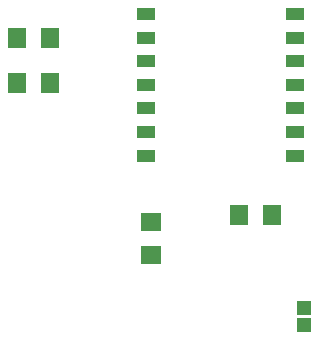
<source format=gtp>
G04 ---------------------------- Layer name :TOP PASTER LAYER*
G04 EasyEDA v5.5.15, Tue, 03 Jul 2018 18:31:12 GMT*
G04 565f939dbb094c109ad1478ea9632299*
G04 Gerber Generator version 0.2*
G04 Scale: 100 percent, Rotated: No, Reflected: No *
G04 Dimensions in inches *
G04 leading zeros omitted , absolute positions ,2 integer and 4 decimal *
%FSLAX24Y24*%
%MOIN*%
G90*
G70D02*

%ADD13R,0.063000X0.070900*%
%ADD14R,0.070900X0.063000*%
%ADD15R,0.047240X0.046460*%
%ADD16R,0.059100X0.039400*%

%LPD*%
G54D13*
G01X14050Y4899D03*
G01X12950Y4899D03*
G54D14*
G01X10000Y3550D03*
G01X10000Y4650D03*
G54D15*
G01X15101Y1223D03*
G01X15101Y1775D03*
G54D13*
G01X5550Y9300D03*
G01X6650Y9300D03*
G01X5550Y10800D03*
G01X6650Y10800D03*
G54D16*
G01X9851Y11590D03*
G01X9851Y10800D03*
G01X9851Y10009D03*
G01X9851Y9230D03*
G01X9851Y8440D03*
G01X9851Y7650D03*
G01X9851Y6869D03*
G01X14810Y11590D03*
G01X14810Y10800D03*
G01X14810Y10009D03*
G01X14810Y9230D03*
G01X14810Y8440D03*
G01X14810Y7650D03*
G01X14810Y6869D03*
M00*
M02*

</source>
